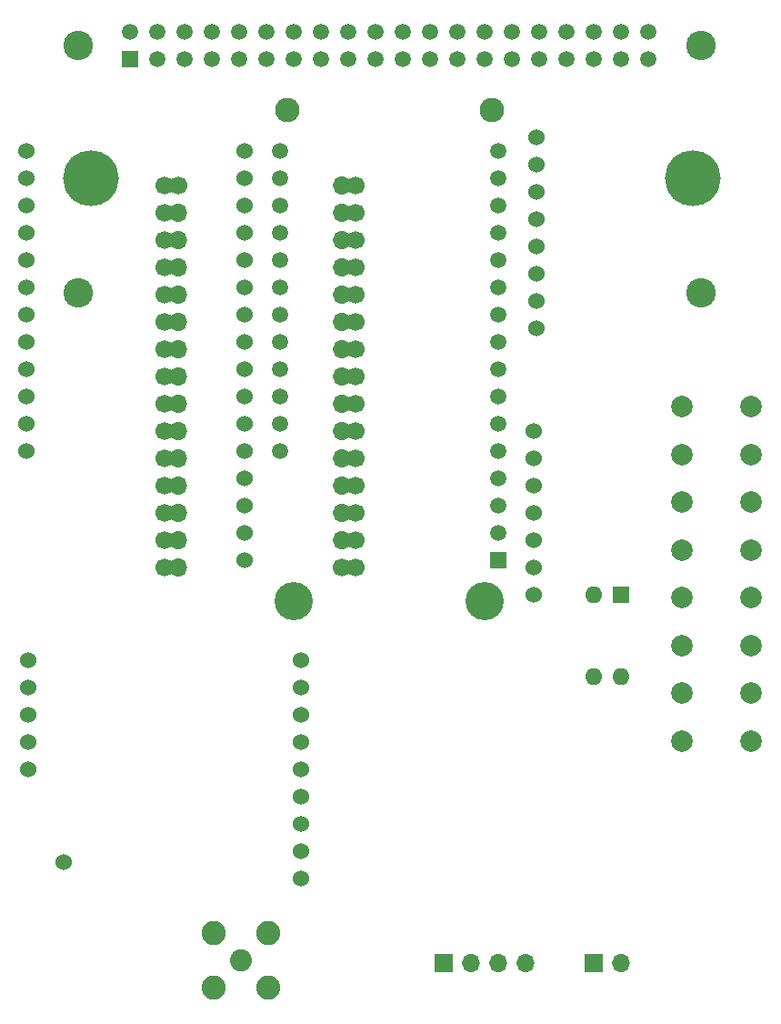
<source format=gbr>
%TF.GenerationSoftware,KiCad,Pcbnew,(6.0.5-0)*%
%TF.CreationDate,2022-10-17T18:29:33-07:00*%
%TF.ProjectId,Pioneer Controller,50696f6e-6565-4722-9043-6f6e74726f6c,rev?*%
%TF.SameCoordinates,Original*%
%TF.FileFunction,Soldermask,Bot*%
%TF.FilePolarity,Negative*%
%FSLAX46Y46*%
G04 Gerber Fmt 4.6, Leading zero omitted, Abs format (unit mm)*
G04 Created by KiCad (PCBNEW (6.0.5-0)) date 2022-10-17 18:29:33*
%MOMM*%
%LPD*%
G01*
G04 APERTURE LIST*
%ADD10C,2.286000*%
%ADD11R,1.508000X1.508000*%
%ADD12C,1.508000*%
%ADD13C,3.556000*%
%ADD14C,1.524000*%
%ADD15C,2.000000*%
%ADD16C,5.200000*%
%ADD17C,2.050000*%
%ADD18C,2.250000*%
%ADD19C,1.700000*%
%ADD20O,1.700000X1.700000*%
%ADD21R,1.700000X1.700000*%
%ADD22C,2.750000*%
%ADD23R,1.600000X1.600000*%
%ADD24O,1.600000X1.600000*%
G04 APERTURE END LIST*
D10*
%TO.C,U2*%
X55245000Y-33655000D03*
X74295000Y-33655000D03*
D11*
X74930000Y-75565000D03*
D12*
X74930000Y-73025000D03*
X74930000Y-70485000D03*
X74930000Y-67945000D03*
X74930000Y-65405000D03*
X74930000Y-62865000D03*
X74930000Y-60325000D03*
X74930000Y-57785000D03*
X74930000Y-55245000D03*
X74930000Y-52705000D03*
X74930000Y-50165000D03*
X74930000Y-47625000D03*
X74930000Y-45085000D03*
X74930000Y-42545000D03*
X74930000Y-40005000D03*
X74930000Y-37465000D03*
X54610000Y-65405000D03*
X54610000Y-62865000D03*
X54610000Y-60325000D03*
X54610000Y-57785000D03*
X54610000Y-55245000D03*
X54610000Y-52705000D03*
X54610000Y-50165000D03*
X54610000Y-47625000D03*
X54610000Y-45085000D03*
X54610000Y-42545000D03*
X54610000Y-40005000D03*
X54610000Y-37465000D03*
D13*
X73660000Y-79375000D03*
X55880000Y-79375000D03*
%TD*%
D14*
%TO.C,U1*%
X51340000Y-73025000D03*
X51340000Y-70485000D03*
X51340000Y-65405000D03*
X51340000Y-62865000D03*
X51340000Y-60325000D03*
X51340000Y-57785000D03*
X51340000Y-55245000D03*
X51340000Y-52705000D03*
X31020000Y-65405000D03*
X31020000Y-42545000D03*
X31020000Y-45085000D03*
X31020000Y-47625000D03*
X31020000Y-50165000D03*
X31020000Y-52705000D03*
X31020000Y-55245000D03*
X31020000Y-57785000D03*
X51340000Y-37465000D03*
X31020000Y-62865000D03*
X51340000Y-67945000D03*
X51340000Y-47625000D03*
X51340000Y-45085000D03*
X51340000Y-75565000D03*
X51340000Y-42545000D03*
X51340000Y-50165000D03*
X31020000Y-40005000D03*
X31020000Y-37465000D03*
X51340000Y-40005000D03*
X31020000Y-60325000D03*
%TD*%
D15*
%TO.C,SW2*%
X92000000Y-70140000D03*
X98500000Y-70140000D03*
X92000000Y-74640000D03*
X98500000Y-74640000D03*
%TD*%
%TO.C,SW3*%
X98500000Y-79030000D03*
X92000000Y-79030000D03*
X98500000Y-83530000D03*
X92000000Y-83530000D03*
%TD*%
D16*
%TO.C,REF\u002A\u002A*%
X37000000Y-40000000D03*
%TD*%
D17*
%TO.C,J4*%
X51000000Y-112776000D03*
D18*
X48460000Y-115316000D03*
X48460000Y-110236000D03*
X53540000Y-110236000D03*
X53540000Y-115316000D03*
%TD*%
D19*
%TO.C,J3*%
X61595000Y-76200000D03*
X60325000Y-76200000D03*
X61595000Y-73660000D03*
D20*
X60325000Y-73660000D03*
X60325000Y-71120000D03*
D19*
X61595000Y-71120000D03*
D20*
X60325000Y-68580000D03*
D19*
X61595000Y-68580000D03*
D20*
X60325000Y-66040000D03*
D19*
X61595000Y-66040000D03*
X61595000Y-63500000D03*
D20*
X60325000Y-63500000D03*
X60325000Y-60960000D03*
D19*
X61595000Y-60960000D03*
X61595000Y-58420000D03*
D20*
X60325000Y-58420000D03*
X60325000Y-55880000D03*
D19*
X61595000Y-55880000D03*
X61595000Y-53340000D03*
D20*
X60325000Y-53340000D03*
X60325000Y-50800000D03*
D19*
X61595000Y-50800000D03*
X61595000Y-48260000D03*
D20*
X60325000Y-48260000D03*
D19*
X61595000Y-45720000D03*
D20*
X60325000Y-45720000D03*
D19*
X61595000Y-43180000D03*
D20*
X60325000Y-43180000D03*
X60325000Y-40640000D03*
D19*
X61595000Y-40640000D03*
X45085000Y-40640000D03*
X43815000Y-40640000D03*
X43815000Y-43180000D03*
D20*
X45085000Y-43180000D03*
X45085000Y-45720000D03*
D19*
X43815000Y-45720000D03*
X43815000Y-48260000D03*
D20*
X45085000Y-48260000D03*
D19*
X43815000Y-50800000D03*
D20*
X45085000Y-50800000D03*
X45085000Y-53340000D03*
D19*
X43815000Y-53340000D03*
D20*
X45085000Y-55880000D03*
D19*
X43815000Y-55880000D03*
X43815000Y-58420000D03*
D20*
X45085000Y-58420000D03*
X45085000Y-60960000D03*
D19*
X43815000Y-60960000D03*
D20*
X45085000Y-63500000D03*
D19*
X43815000Y-63500000D03*
D20*
X45085000Y-66040000D03*
D19*
X43815000Y-66040000D03*
X43815000Y-68580000D03*
D20*
X45085000Y-68580000D03*
D19*
X43815000Y-71120000D03*
D20*
X45085000Y-71120000D03*
D19*
X43815000Y-73660000D03*
D20*
X45085000Y-73660000D03*
X45085000Y-76200000D03*
D19*
X43815000Y-76200000D03*
%TD*%
D21*
%TO.C,J2*%
X83820000Y-113030000D03*
D20*
X86360000Y-113030000D03*
%TD*%
D15*
%TO.C,SW1*%
X98500000Y-61250000D03*
X92000000Y-61250000D03*
X92000000Y-65750000D03*
X98500000Y-65750000D03*
%TD*%
D22*
%TO.C,A1*%
X35770000Y-50620000D03*
X93770000Y-50620000D03*
X35770000Y-27620000D03*
X93770000Y-27620000D03*
D11*
X40640000Y-28890000D03*
D12*
X40640000Y-26350000D03*
X43180000Y-28890000D03*
X43180000Y-26350000D03*
X45720000Y-28890000D03*
X45720000Y-26350000D03*
X48260000Y-28890000D03*
X48260000Y-26350000D03*
X50800000Y-28890000D03*
X50800000Y-26350000D03*
X53340000Y-28890000D03*
X53340000Y-26350000D03*
X55880000Y-28890000D03*
X55880000Y-26350000D03*
X58420000Y-28890000D03*
X58420000Y-26350000D03*
X60960000Y-28890000D03*
X60960000Y-26350000D03*
X63500000Y-28890000D03*
X63500000Y-26350000D03*
X66040000Y-28890000D03*
X66040000Y-26350000D03*
X68580000Y-28890000D03*
X68580000Y-26350000D03*
X71120000Y-28890000D03*
X71120000Y-26350000D03*
X73660000Y-28890000D03*
X73660000Y-26350000D03*
X76200000Y-28890000D03*
X76200000Y-26350000D03*
X78740000Y-28890000D03*
X78740000Y-26350000D03*
X81280000Y-28890000D03*
X81280000Y-26350000D03*
X83820000Y-28890000D03*
X83820000Y-26350000D03*
X86360000Y-28890000D03*
X86360000Y-26350000D03*
X88900000Y-28890000D03*
X88900000Y-26350000D03*
%TD*%
D15*
%TO.C,SW4*%
X98500000Y-87920000D03*
X92000000Y-87920000D03*
X98500000Y-92420000D03*
X92000000Y-92420000D03*
%TD*%
D23*
%TO.C,SW5*%
X86360000Y-78740000D03*
D24*
X83820000Y-78740000D03*
X83820000Y-86360000D03*
X86360000Y-86360000D03*
%TD*%
D21*
%TO.C,J1*%
X69860000Y-113030000D03*
D20*
X72400000Y-113030000D03*
X74940000Y-113030000D03*
X77480000Y-113030000D03*
%TD*%
D16*
%TO.C,REF\u002A\u002A*%
X93000000Y-40000000D03*
%TD*%
D14*
%TO.C,U5*%
X78200000Y-66040000D03*
X78200000Y-78740000D03*
X78200000Y-68580000D03*
X78200000Y-71120000D03*
X78200000Y-76200000D03*
X78200000Y-73660000D03*
X78200000Y-63500000D03*
%TD*%
%TO.C,U3*%
X78454000Y-48895000D03*
X78454000Y-46355000D03*
X78454000Y-38735000D03*
X78454000Y-53975000D03*
X78454000Y-41275000D03*
X78454000Y-43815000D03*
X78454000Y-51435000D03*
X78454000Y-36195000D03*
%TD*%
%TO.C,U4*%
X56515000Y-102616000D03*
X56515000Y-89916000D03*
X56515000Y-92456000D03*
X31115000Y-84836000D03*
X31115000Y-87376000D03*
X31115000Y-89916000D03*
X31115000Y-92456000D03*
X31115000Y-94996000D03*
X56515000Y-87376000D03*
X56515000Y-97536000D03*
X56515000Y-100076000D03*
X56515000Y-105156000D03*
X56515000Y-94996000D03*
X34445000Y-103632000D03*
X56515000Y-84836000D03*
%TD*%
M02*

</source>
